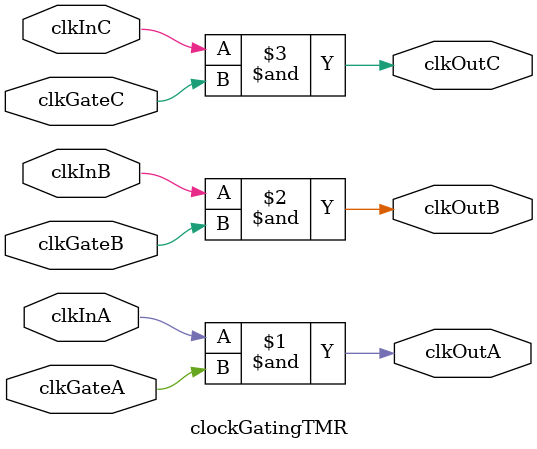
<source format=v>
module clockGatingTMR(
  clkInA,   clkInB,   clkInC,
  clkOutA,  clkOutB,  clkOutC,
  clkGateA, clkGateB, clkGateC
);
input  clkInA,   clkInB,   clkInC;
output clkOutA,  clkOutB,  clkOutC;
input  clkGateA, clkGateB, clkGateC;
assign clkOutA =  clkInA&clkGateA;
assign clkOutB =  clkInB&clkGateB;
assign clkOutC =  clkInC&clkGateC;
endmodule

</source>
